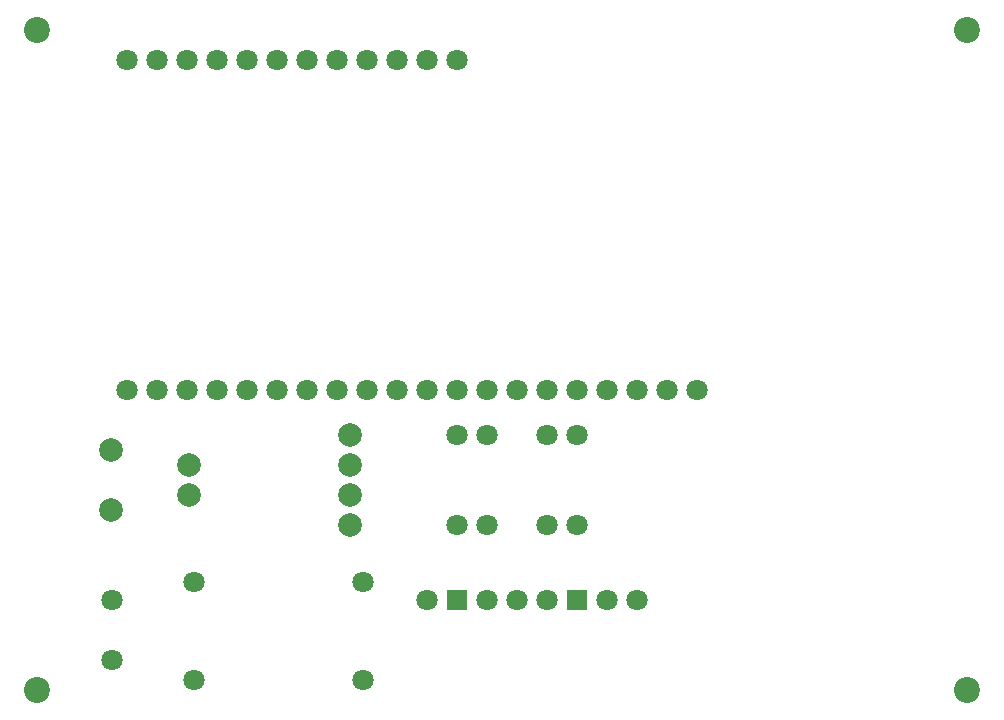
<source format=gts>
%TF.GenerationSoftware,KiCad,Pcbnew,9.0.0*%
%TF.CreationDate,2025-03-09T03:35:17-07:00*%
%TF.ProjectId,sensor,73656e73-6f72-42e6-9b69-6361645f7063,v0.2*%
%TF.SameCoordinates,Original*%
%TF.FileFunction,Soldermask,Top*%
%TF.FilePolarity,Negative*%
%FSLAX46Y46*%
G04 Gerber Fmt 4.6, Leading zero omitted, Abs format (unit mm)*
G04 Created by KiCad (PCBNEW 9.0.0) date 2025-03-09 03:35:17*
%MOMM*%
%LPD*%
G01*
G04 APERTURE LIST*
%ADD10C,1.800000*%
%ADD11C,2.200000*%
%ADD12R,1.800000X1.800000*%
%ADD13C,2.000000*%
G04 APERTURE END LIST*
D10*
%TO.C,ESP32_UWB1*%
X25400000Y-48260000D03*
X27940000Y-48260000D03*
X30480000Y-48260000D03*
X33020000Y-48260000D03*
X35560000Y-48260000D03*
X38100000Y-48260000D03*
X40640000Y-48260000D03*
X43180000Y-48260000D03*
X45720000Y-48260000D03*
X48260000Y-48260000D03*
X50800000Y-48260000D03*
X53340000Y-48260000D03*
X55880000Y-48260000D03*
X58420000Y-48260000D03*
X60960000Y-48260000D03*
X63500000Y-48260000D03*
X66040000Y-48260000D03*
X68580000Y-48260000D03*
X71120000Y-48260000D03*
X73660000Y-48260000D03*
X25400000Y-20320000D03*
X27940000Y-20320000D03*
X30480000Y-20320000D03*
X33020000Y-20320000D03*
X35560000Y-20320000D03*
X38100000Y-20320000D03*
X40640000Y-20320000D03*
X43180000Y-20320000D03*
X45720000Y-20320000D03*
X48260000Y-20320000D03*
X50800000Y-20320000D03*
X53340000Y-20320000D03*
%TD*%
%TO.C,R3*%
X60960000Y-59690000D03*
X60960000Y-52070000D03*
%TD*%
%TO.C,R1*%
X53340000Y-59690000D03*
X53340000Y-52070000D03*
%TD*%
%TO.C,R2*%
X55880000Y-59690000D03*
X55880000Y-52070000D03*
%TD*%
D11*
%TO.C,REF\u002A\u002A*%
X17780000Y-73660000D03*
%TD*%
D10*
%TO.C,SERVER_LED1*%
X50800000Y-66040000D03*
D12*
X53340000Y-66040000D03*
D10*
X55880000Y-66040000D03*
X58420000Y-66040000D03*
%TD*%
D11*
%TO.C,REF\u002A\u002A*%
X17780000Y-17780000D03*
%TD*%
D10*
%TO.C,5V_Regulator1*%
X31040000Y-64540000D03*
X31040000Y-72820000D03*
X45360000Y-64540000D03*
X45360000Y-72820000D03*
%TD*%
%TO.C,TAG_LED1*%
X60960000Y-66040000D03*
D12*
X63500000Y-66040000D03*
D10*
X66040000Y-66040000D03*
X68580000Y-66040000D03*
%TD*%
D13*
%TO.C,CAN_Transreceiver1*%
X44320000Y-59690000D03*
X44320000Y-57150000D03*
X44320000Y-54610000D03*
X44320000Y-52070000D03*
X24020000Y-58420000D03*
X24020000Y-53340000D03*
X30620000Y-57150000D03*
X30620000Y-54610000D03*
%TD*%
D10*
%TO.C,R4*%
X63500000Y-59690000D03*
X63500000Y-52070000D03*
%TD*%
D11*
%TO.C,REF\u002A\u002A*%
X96520000Y-73660000D03*
%TD*%
%TO.C,REF\u002A\u002A*%
X96520000Y-17780000D03*
%TD*%
D10*
%TO.C,2_PIN_Connector1*%
X24130000Y-66040000D03*
X24130000Y-71120000D03*
%TD*%
M02*

</source>
